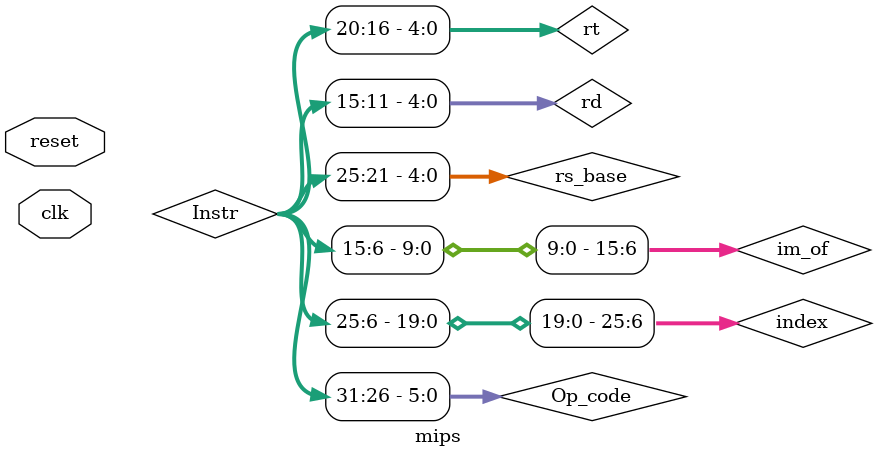
<source format=v>
`timescale 1ns / 1ps
module mips(
    input clk,
    input reset
    );

//CON
wire [31:0] Instr;
wire [1:0] j_ctrl;//跳转指令，0为正常+4  1为beq  2为jal  3为jr
wire grf_write;//grf写入信号
wire [1:0] grf_reg;//选择grf写入的寄存器
wire [1:0] grf_data;//选择grf写入数据来源
wire [1:0] ALU_op;//运算选择
wire [1:0] ALU_data_op;//运算数选择
wire MemWrite;//数据写入信号
//PC
wire [31:0] j_addr;//PC跳转地址
wire [31:0] pc;//PC
//ALU
wire [31:0] ALU_out;//ALU运算结果
//reg
wire [4:0] RegAddr;//写入的寄存器
wire [31:0] WD;//写入的数据
wire [31:0] RD1;//读出的寄存器数据1
wire [31:0] RD2;//读出的寄存器数据2
//ALU
wire [31:0] b;//运算数2
//DM
wire [31:0] DM_out;//DM读出的数据
//decode
	 wire [15:0] im_of;
	 wire [5:0] Func;
	 wire [4:0] rd;
	 wire [4:0] rt;
	 wire [4:0] rs_base;
	 wire [5:0] Op_code;
	 wire [25:0] index;
assign im_of=Instr[15:0];
assign Func=Instr[5:0];
assign rd=Instr[15:11];
assign rt=Instr[20:16];
assign rs_base=Instr[25:21];
assign Op_code=Instr[31:26];
assign index=Instr[25:0];


assign j_addr=(j_ctrl==2'b00)?(pc+4):
					(j_ctrl==2'b01)?(pc+4+{{14{im_of[15]}},im_of,2'b0})://beq
					(j_ctrl==2'b10)?({pc[31:28],index,2'b0})://jal
					RD1;//jr
assign RegAddr=(grf_reg==2'b00)?rd:
					(grf_reg==2'b01)?rt:
					5'b11111;//写入$ra
assign WD=(grf_data==2'b00)?ALU_out:
				(grf_data==2'b01)?DM_out://lw
				(grf_data==2'b10)?{im_of,{16{1'b0}}}://lui
				pc+4;//写入$ra
assign b=(ALU_data_op==0)?RD2:
			(ALU_data_op==1)?{{16{1'b0}},im_of}://ori
			{{16{im_of[15]}},im_of};//lw,sw

controller con(Instr,j_ctrl,grf_write,grf_reg,grf_data,ALU_op,ALU_data_op,MemWrite,ALU_out);
PC Pc(clk,reset,j_addr,pc);
IM im(pc,Instr);
GRF grf(clk,reset,grf_write,RegAddr,WD,rs_base,rt,RD1,RD2);
ALU alu(ALU_op,RD1,b,ALU_out);
DM dm(clk,reset,MemWrite,ALU_out,RD2,DM_out);

always@(posedge clk)begin
	if(grf_write==1&&reset!=1)begin
		$display("@%h: $%d <= %h", pc, RegAddr, WD);
		end
	if(MemWrite==1&&reset!=1)begin
		$display("@%h: *%h <= %h", pc, ALU_out, RD2);
		end
end
/*
integer fp;
initial begin
	
fp = $fopen("info.txt","w");
end
*/

endmodule

</source>
